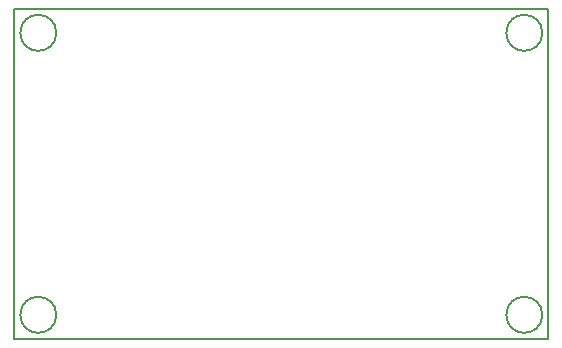
<source format=gko>
%FSLAX46Y46*%
G04 Gerber Fmt 4.6, Leading zero omitted, Abs format (unit mm)*
G04 Created by KiCad (PCBNEW (2014-10-18 BZR 5203)-product) date 23/10/2014 11:22:48*
%MOMM*%
G01*
G04 APERTURE LIST*
%ADD10C,0.150000*%
G04 APERTURE END LIST*
D10*
X185039000Y-105283000D02*
X139827000Y-105283000D01*
X185039000Y-133223000D02*
X139827000Y-133223000D01*
X185039000Y-105283000D02*
X185039000Y-133223000D01*
X184531000Y-131191000D02*
G75*
G03X184531000Y-131191000I-1524000J0D01*
G01*
X184531000Y-107315000D02*
G75*
G03X184531000Y-107315000I-1524000J0D01*
G01*
X143383000Y-107315000D02*
G75*
G03X143383000Y-107315000I-1524000J0D01*
G01*
X143383000Y-131191000D02*
G75*
G03X143383000Y-131191000I-1524000J0D01*
G01*
X139827000Y-105283000D02*
X139827000Y-133223000D01*
M02*

</source>
